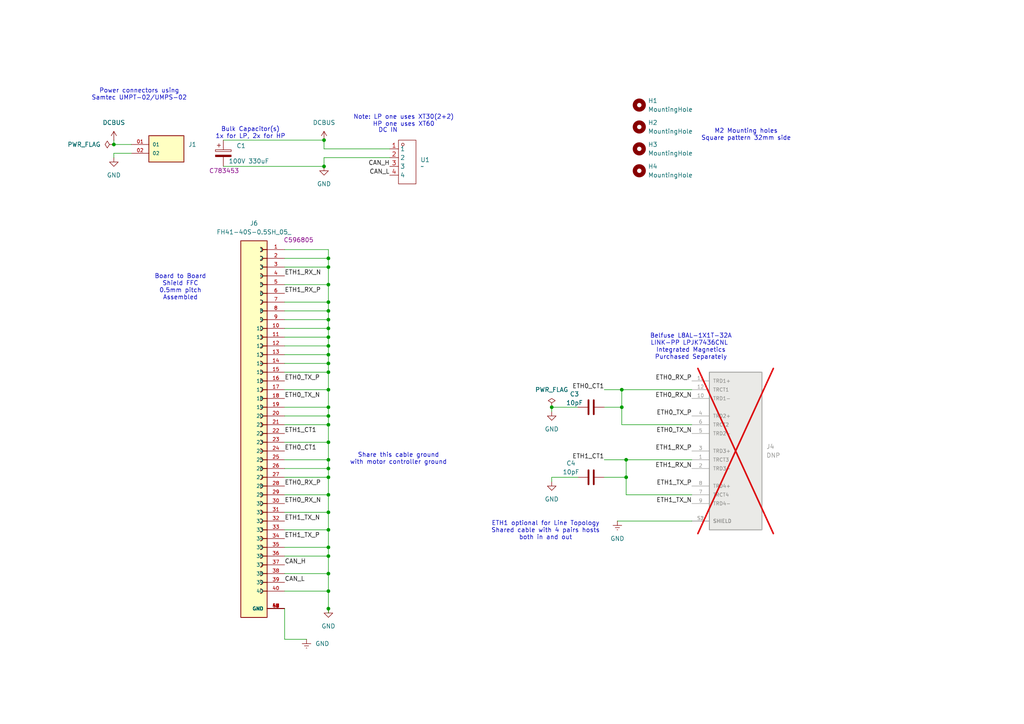
<source format=kicad_sch>
(kicad_sch (version 20231120) (generator "eeschema") (generator_version "8.0")
  (paper "A4")
  (lib_symbols
    (symbol "Connector:UMPS-02-03.5-G-V-S-W-TR" (pin_names (offset 1.016))
      (property "Reference" "J" (at -5.08 5.842 0))
      (property "Value" "UMPS-02-03.5-G-V-S-W-TR" (at -5.08 -5.08 0))
      (symbol "UMPS-02-03.5-G-V-S-W-TR_0_0"
        (rectangle (start -5.08 -2.54) (end 5.08 5.08) (stroke (width 0.254)) (fill (type background)))
        (pin passive line (at -10.16 2.54 0) (length 5.08) (name "01") (number "01"))
        (pin passive line (at -10.16 0 0) (length 5.08) (name "02") (number "02"))
      )
    )
    (symbol "Device:C" (pin_numbers hide) (pin_names (offset 0.254))
      (property "Reference" "C" (at 0.635 2.54 0))
      (property "Value" "C" (at 0.635 -2.54 0))
      (symbol "C_0_1"
        (polyline (pts (xy -2.032 -0.762) (xy 2.032 -0.762)) (stroke (width 0.508)))
        (polyline (pts (xy -2.032 0.762) (xy 2.032 0.762)) (stroke (width 0.508)))
      )
      (symbol "C_1_1"
        (pin passive line (at 0 3.81 270) (length 2.794) (name "~") (number "1"))
        (pin passive line (at 0 -3.81 90) (length 2.794) (name "~") (number "2"))
      )
    )
    (symbol "Device:C_Polarized" (pin_numbers hide) (pin_names (offset 0.254))
      (property "Reference" "C" (at 0.635 2.54 0))
      (property "Value" "C_Polarized" (at 0.635 -2.54 0))
      (symbol "C_Polarized_0_1"
        (rectangle (start -2.286 0.508) (end 2.286 1.016))
        (polyline (pts (xy -1.778 2.286) (xy -0.762 2.286)))
        (polyline (pts (xy -1.27 2.794) (xy -1.27 1.778)))
        (rectangle (start 2.286 -0.508) (end -2.286 -1.016) (fill (type outline)))
      )
      (symbol "C_Polarized_1_1"
        (pin passive line (at 0 3.81 270) (length 2.794) (name "~") (number "1"))
        (pin passive line (at 0 -3.81 90) (length 2.794) (name "~") (number "2"))
      )
    )
    (symbol "FH41-40S-0.5SH_05_:FH41-40S-0.5SH_05_" (pin_names (offset 1.016))
      (property "Reference" "J" (at -7.62 54.61 0))
      (property "Value" "FH41-40S-0.5SH_05_" (at -7.62 -58.42 0))
      (symbol "FH41-40S-0.5SH_05__0_0"
        (rectangle (start -7.62 -55.88) (end 0 53.34) (stroke (width 0.254)) (fill (type background)))
        (arc (start -1.905 -48.895) (mid -1.2727 -48.26) (end -1.905 -47.625) (stroke (width 0.254)))
        (arc (start -1.905 -46.355) (mid -1.2727 -45.72) (end -1.905 -45.085) (stroke (width 0.254)))
        (arc (start -1.905 -43.815) (mid -1.2727 -43.18) (end -1.905 -42.545) (stroke (width 0.254)))
        (arc (start -1.905 -41.275) (mid -1.2727 -40.64) (end -1.905 -40.005) (stroke (width 0.254)))
        (arc (start -1.905 -38.735) (mid -1.2727 -38.1) (end -1.905 -37.465) (stroke (width 0.254)))
        (arc (start -1.905 -36.195) (mid -1.2727 -35.56) (end -1.905 -34.925) (stroke (width 0.254)))
        (arc (start -1.905 -33.655) (mid -1.2727 -33.02) (end -1.905 -32.385) (stroke (width 0.254)))
        (arc (start -1.905 -31.115) (mid -1.2727 -30.48) (end -1.905 -29.845) (stroke (width 0.254)))
        (arc (start -1.905 -28.575) (mid -1.2727 -27.94) (end -1.905 -27.305) (stroke (width 0.254)))
        (arc (start -1.905 -26.035) (mid -1.2727 -25.4) (end -1.905 -24.765) (stroke (width 0.254)))
        (arc (start -1.905 -23.495) (mid -1.2727 -22.86) (end -1.905 -22.225) (stroke (width 0.254)))
        (arc (start -1.905 -20.955) (mid -1.2727 -20.32) (end -1.905 -19.685) (stroke (width 0.254)))
        (arc (start -1.905 -18.415) (mid -1.2727 -17.78) (end -1.905 -17.145) (stroke (width 0.254)))
        (arc (start -1.905 -15.875) (mid -1.2727 -15.24) (end -1.905 -14.605) (stroke (width 0.254)))
        (arc (start -1.905 -13.335) (mid -1.2727 -12.7) (end -1.905 -12.065) (stroke (width 0.254)))
        (arc (start -1.905 -10.795) (mid -1.2727 -10.16) (end -1.905 -9.525) (stroke (width 0.254)))
        (arc (start -1.905 -8.255) (mid -1.2727 -7.62) (end -1.905 -6.985) (stroke (width 0.254)))
        (arc (start -1.905 -5.715) (mid -1.2727 -5.08) (end -1.905 -4.445) (stroke (width 0.254)))
        (arc (start -1.905 -3.175) (mid -1.2727 -2.54) (end -1.905 -1.905) (stroke (width 0.254)))
        (arc (start -1.905 -0.635) (mid -1.2727 0) (end -1.905 0.635) (stroke (width 0.254)))
        (arc (start -1.905 1.905) (mid -1.2727 2.54) (end -1.905 3.175) (stroke (width 0.254)))
        (arc (start -1.905 4.445) (mid -1.2727 5.08) (end -1.905 5.715) (stroke (width 0.254)))
        (arc (start -1.905 6.985) (mid -1.2727 7.62) (end -1.905 8.255) (stroke (width 0.254)))
        (arc (start -1.905 9.525) (mid -1.2727 10.16) (end -1.905 10.795) (stroke (width 0.254)))
        (arc (start -1.905 12.065) (mid -1.2727 12.7) (end -1.905 13.335) (stroke (width 0.254)))
        (arc (start -1.905 14.605) (mid -1.2727 15.24) (end -1.905 15.875) (stroke (width 0.254)))
        (arc (start -1.905 17.145) (mid -1.2727 17.78) (end -1.905 18.415) (stroke (width 0.254)))
        (arc (start -1.905 19.685) (mid -1.2727 20.32) (end -1.905 20.955) (stroke (width 0.254)))
        (arc (start -1.905 22.225) (mid -1.2727 22.86) (end -1.905 23.495) (stroke (width 0.254)))
        (arc (start -1.905 24.765) (mid -1.2727 25.4) (end -1.905 26.035) (stroke (width 0.254)))
        (arc (start -1.905 27.305) (mid -1.2727 27.94) (end -1.905 28.575) (stroke (width 0.254)))
        (arc (start -1.905 29.845) (mid -1.2727 30.48) (end -1.905 31.115) (stroke (width 0.254)))
        (arc (start -1.905 32.385) (mid -1.2727 33.02) (end -1.905 33.655) (stroke (width 0.254)))
        (arc (start -1.905 34.925) (mid -1.2727 35.56) (end -1.905 36.195) (stroke (width 0.254)))
        (arc (start -1.905 37.465) (mid -1.2727 38.1) (end -1.905 38.735) (stroke (width 0.254)))
        (arc (start -1.905 40.005) (mid -1.2727 40.64) (end -1.905 41.275) (stroke (width 0.254)))
        (arc (start -1.905 42.545) (mid -1.2727 43.18) (end -1.905 43.815) (stroke (width 0.254)))
        (arc (start -1.905 45.085) (mid -1.2727 45.72) (end -1.905 46.355) (stroke (width 0.254)))
        (arc (start -1.905 47.625) (mid -1.2727 48.26) (end -1.905 48.895) (stroke (width 0.254)))
        (arc (start -1.905 50.165) (mid -1.2727 50.8) (end -1.905 51.435) (stroke (width 0.254)))
        (polyline (pts (xy 0 -48.26) (xy -1.27 -48.26)) (stroke (width 0.254)))
        (polyline (pts (xy 0 -45.72) (xy -1.27 -45.72)) (stroke (width 0.254)))
        (polyline (pts (xy 0 -43.18) (xy -1.27 -43.18)) (stroke (width 0.254)))
        (polyline (pts (xy 0 -40.64) (xy -1.27 -40.64)) (stroke (width 0.254)))
        (polyline (pts (xy 0 -38.1) (xy -1.27 -38.1)) (stroke (width 0.254)))
        (polyline (pts (xy 0 -35.56) (xy -1.27 -35.56)) (stroke (width 0.254)))
        (polyline (pts (xy 0 -33.02) (xy -1.27 -33.02)) (stroke (width 0.254)))
        (polyline (pts (xy 0 -30.48) (xy -1.27 -30.48)) (stroke (width 0.254)))
        (polyline (pts (xy 0 -27.94) (xy -1.27 -27.94)) (stroke (width 0.254)))
        (polyline (pts (xy 0 -25.4) (xy -1.27 -25.4)) (stroke (width 0.254)))
        (polyline (pts (xy 0 -22.86) (xy -1.27 -22.86)) (stroke (width 0.254)))
        (polyline (pts (xy 0 -20.32) (xy -1.27 -20.32)) (stroke (width 0.254)))
        (polyline (pts (xy 0 -17.78) (xy -1.27 -17.78)) (stroke (width 0.254)))
        (polyline (pts (xy 0 -15.24) (xy -1.27 -15.24)) (stroke (width 0.254)))
        (polyline (pts (xy 0 -12.7) (xy -1.27 -12.7)) (stroke (width 0.254)))
        (polyline (pts (xy 0 -10.16) (xy -1.27 -10.16)) (stroke (width 0.254)))
        (polyline (pts (xy 0 -7.62) (xy -1.27 -7.62)) (stroke (width 0.254)))
        (polyline (pts (xy 0 -5.08) (xy -1.27 -5.08)) (stroke (width 0.254)))
        (polyline (pts (xy 0 -2.54) (xy -1.27 -2.54)) (stroke (width 0.254)))
        (polyline (pts (xy 0 0) (xy -1.27 0)) (stroke (width 0.254)))
        (polyline (pts (xy 0 2.54) (xy -1.27 2.54)) (stroke (width 0.254)))
        (polyline (pts (xy 0 5.08) (xy -1.27 5.08)) (stroke (width 0.254)))
        (polyline (pts (xy 0 7.62) (xy -1.27 7.62)) (stroke (width 0.254)))
        (polyline (pts (xy 0 10.16) (xy -1.27 10.16)) (stroke (width 0.254)))
        (polyline (pts (xy 0 12.7) (xy -1.27 12.7)) (stroke (width 0.254)))
        (polyline (pts (xy 0 15.24) (xy -1.27 15.24)) (stroke (width 0.254)))
        (polyline (pts (xy 0 17.78) (xy -1.27 17.78)) (stroke (width 0.254)))
        (polyline (pts (xy 0 20.32) (xy -1.27 20.32)) (stroke (width 0.254)))
        (polyline (pts (xy 0 22.86) (xy -1.27 22.86)) (stroke (width 0.254)))
        (polyline (pts (xy 0 25.4) (xy -1.27 25.4)) (stroke (width 0.254)))
        (polyline (pts (xy 0 27.94) (xy -1.27 27.94)) (stroke (width 0.254)))
        (polyline (pts (xy 0 30.48) (xy -1.27 30.48)) (stroke (width 0.254)))
        (polyline (pts (xy 0 33.02) (xy -1.27 33.02)) (stroke (width 0.254)))
        (polyline (pts (xy 0 35.56) (xy -1.27 35.56)) (stroke (width 0.254)))
        (polyline (pts (xy 0 38.1) (xy -1.27 38.1)) (stroke (width 0.254)))
        (polyline (pts (xy 0 40.64) (xy -1.27 40.64)) (stroke (width 0.254)))
        (polyline (pts (xy 0 43.18) (xy -1.27 43.18)) (stroke (width 0.254)))
        (polyline (pts (xy 0 45.72) (xy -1.27 45.72)) (stroke (width 0.254)))
        (polyline (pts (xy 0 48.26) (xy -1.27 48.26)) (stroke (width 0.254)))
        (polyline (pts (xy 0 50.8) (xy -1.27 50.8)) (stroke (width 0.254)))
        (pin passive line (at 5.08 50.8 180) (length 5.08) (name "1") (number "1"))
        (pin passive line (at 5.08 27.94 180) (length 5.08) (name "10") (number "10"))
        (pin passive line (at 5.08 25.4 180) (length 5.08) (name "11") (number "11"))
        (pin passive line (at 5.08 22.86 180) (length 5.08) (name "12") (number "12"))
        (pin passive line (at 5.08 20.32 180) (length 5.08) (name "13") (number "13"))
        (pin passive line (at 5.08 17.78 180) (length 5.08) (name "14") (number "14"))
        (pin passive line (at 5.08 15.24 180) (length 5.08) (name "15") (number "15"))
        (pin passive line (at 5.08 12.7 180) (length 5.08) (name "16") (number "16"))
        (pin passive line (at 5.08 10.16 180) (length 5.08) (name "17") (number "17"))
        (pin passive line (at 5.08 7.62 180) (length 5.08) (name "18") (number "18"))
        (pin passive line (at 5.08 5.08 180) (length 5.08) (name "19") (number "19"))
        (pin passive line (at 5.08 48.26 180) (length 5.08) (name "2") (number "2"))
        (pin passive line (at 5.08 2.54 180) (length 5.08) (name "20") (number "20"))
        (pin passive line (at 5.08 0 180) (length 5.08) (name "21") (number "21"))
        (pin passive line (at 5.08 -2.54 180) (length 5.08) (name "22") (number "22"))
        (pin passive line (at 5.08 -5.08 180) (length 5.08) (name "23") (number "23"))
        (pin passive line (at 5.08 -7.62 180) (length 5.08) (name "24") (number "24"))
        (pin passive line (at 5.08 -10.16 180) (length 5.08) (name "25") (number "25"))
        (pin passive line (at 5.08 -12.7 180) (length 5.08) (name "26") (number "26"))
        (pin passive line (at 5.08 -15.24 180) (length 5.08) (name "27") (number "27"))
        (pin passive line (at 5.08 -17.78 180) (length 5.08) (name "28") (number "28"))
        (pin passive line (at 5.08 -20.32 180) (length 5.08) (name "29") (number "29"))
        (pin passive line (at 5.08 45.72 180) (length 5.08) (name "3") (number "3"))
        (pin passive line (at 5.08 -22.86 180) (length 5.08) (name "30") (number "30"))
        (pin passive line (at 5.08 -25.4 180) (length 5.08) (name "31") (number "31"))
        (pin passive line (at 5.08 -27.94 180) (length 5.08) (name "32") (number "32"))
        (pin passive line (at 5.08 -30.48 180) (length 5.08) (name "33") (number "33"))
        (pin passive line (at 5.08 -33.02 180) (length 5.08) (name "34") (number "34"))
        (pin passive line (at 5.08 -35.56 180) (length 5.08) (name "35") (number "35"))
        (pin passive line (at 5.08 -38.1 180) (length 5.08) (name "36") (number "36"))
        (pin passive line (at 5.08 -40.64 180) (length 5.08) (name "37") (number "37"))
        (pin passive line (at 5.08 -43.18 180) (length 5.08) (name "38") (number "38"))
        (pin passive line (at 5.08 -45.72 180) (length 5.08) (name "39") (number "39"))
        (pin passive line (at 5.08 43.18 180) (length 5.08) (name "4") (number "4"))
        (pin passive line (at 5.08 -48.26 180) (length 5.08) (name "40") (number "40"))
        (pin power_in line (at 5.08 -53.34 180) (length 5.08) (name "GND") (number "41"))
        (pin power_in line (at 5.08 -53.34 180) (length 5.08) (name "GND") (number "42"))
        (pin power_in line (at 5.08 -53.34 180) (length 5.08) (name "GND") (number "43"))
        (pin power_in line (at 5.08 -53.34 180) (length 5.08) (name "GND") (number "44"))
        (pin power_in line (at 5.08 -53.34 180) (length 5.08) (name "GND") (number "45"))
        (pin power_in line (at 5.08 -53.34 180) (length 5.08) (name "GND") (number "46"))
        (pin power_in line (at 5.08 -53.34 180) (length 5.08) (name "GND") (number "47"))
        (pin power_in line (at 5.08 -53.34 180) (length 5.08) (name "GND") (number "48"))
        (pin power_in line (at 5.08 -53.34 180) (length 5.08) (name "GND") (number "49"))
        (pin passive line (at 5.08 40.64 180) (length 5.08) (name "5") (number "5"))
        (pin power_in line (at 5.08 -53.34 180) (length 5.08) (name "GND") (number "50"))
        (pin passive line (at 5.08 38.1 180) (length 5.08) (name "6") (number "6"))
        (pin passive line (at 5.08 35.56 180) (length 5.08) (name "7") (number "7"))
        (pin passive line (at 5.08 33.02 180) (length 5.08) (name "8") (number "8"))
        (pin passive line (at 5.08 30.48 180) (length 5.08) (name "9") (number "9"))
      )
    )
    (symbol "L8AL-1X1T-32A:L8AL-1X1T-32A" (pin_names (offset 1.016))
      (property "Reference" "J" (at -7.62 24.13 0))
      (property "Value" "L8AL-1X1T-32A" (at -7.62 -24.13 0))
      (symbol "L8AL-1X1T-32A_0_0"
        (rectangle (start -7.62 -22.86) (end 7.62 22.86) (stroke (width 0.254)) (fill (type background)))
        (pin passive line (at -12.7 -2.54 0) (length 5.08) (name "TRCT3") (number "1"))
        (pin passive line (at -12.7 15.24 0) (length 5.08) (name "TRD1-") (number "10"))
        (pin passive line (at -12.7 20.32 0) (length 5.08) (name "TRD1+") (number "11"))
        (pin passive line (at -12.7 17.78 0) (length 5.08) (name "TRCT1") (number "12"))
        (pin passive line (at -12.7 -5.08 0) (length 5.08) (name "TRD3-") (number "2"))
        (pin passive line (at -12.7 0 0) (length 5.08) (name "TRD3+") (number "3"))
        (pin passive line (at -12.7 10.16 0) (length 5.08) (name "TRD2+") (number "4"))
        (pin passive line (at -12.7 5.08 0) (length 5.08) (name "TRD2-") (number "5"))
        (pin passive line (at -12.7 7.62 0) (length 5.08) (name "TRCT2") (number "6"))
        (pin passive line (at -12.7 -12.7 0) (length 5.08) (name "TRCT4") (number "7"))
        (pin passive line (at -12.7 -10.16 0) (length 5.08) (name "TRD4+") (number "8"))
        (pin passive line (at -12.7 -15.24 0) (length 5.08) (name "TRD4-") (number "9"))
        (pin passive line (at -12.7 -20.32 0) (length 5.08) (name "SHIELD") (number "S1"))
        (pin passive line (at -12.7 -20.32 0) (length 5.08) (name "SHIELD") (number "S2"))
      )
    )
    (symbol "Mechanical:MountingHole" (pin_names (offset 1.016)) (exclude_from_sim yes) (in_bom no)
      (property "Reference" "H" (at 0 5.08 0))
      (property "Value" "MountingHole" (at 0 3.175 0))
      (symbol "MountingHole_0_1"
        (circle (center 0 0) (radius 1.27) (stroke (width 1.27)))
      )
    )
    (symbol "XT302+2:XT30(2+2)PW-M.G.B"
      (property "Reference" "U" (at 0 0 0))
      (symbol "XT30(2+2)PW-M.G.B_1_0"
        (rectangle (start 0 -5.08) (end 5.08 7.62))
        (circle (center 1.27 6.35) (radius 0.381))
        (pin power_in line (at -2.54 5.08 0) (length 2.54) (name "1") (number "1"))
        (pin power_in line (at -2.54 2.54 0) (length 2.54) (name "2") (number "2"))
        (pin bidirectional line (at -2.54 0 0) (length 2.54) (name "3") (number "3"))
        (pin bidirectional line (at -2.54 -2.54 0) (length 2.54) (name "4") (number "4"))
      )
    )
    (symbol "power:+3.3V" (power) (pin_numbers hide) (pin_names (offset 0) hide)
      (property "Value" "+3.3V" (at 0 3.556 0))
      (symbol "+3.3V_0_1"
        (polyline (pts (xy -0.762 1.27) (xy 0 2.54)))
        (polyline (pts (xy 0 0) (xy 0 2.54)))
        (polyline (pts (xy 0 2.54) (xy 0.762 1.27)))
      )
      (symbol "+3.3V_1_1"
        (pin power_in line (at 0 0 90) (length 0) (name "~") (number "1"))
      )
    )
    (symbol "power:Earth" (power) (pin_numbers hide) (pin_names (offset 0) hide)
      (property "Value" "Earth" (at 0 -3.81 0))
      (symbol "Earth_0_1"
        (polyline (pts (xy -0.635 -1.905) (xy 0.635 -1.905)))
        (polyline (pts (xy -0.127 -2.54) (xy 0.127 -2.54)))
        (polyline (pts (xy 0 -1.27) (xy 0 0)))
        (polyline (pts (xy 1.27 -1.27) (xy -1.27 -1.27)))
      )
      (symbol "Earth_1_1"
        (pin power_in line (at 0 0 270) (length 0) (name "~") (number "1"))
      )
    )
    (symbol "power:GND" (power) (pin_numbers hide) (pin_names (offset 0) hide)
      (property "Value" "GND" (at 0 -3.81 0))
      (symbol "GND_0_1"
        (polyline (pts (xy 0 0) (xy 0 -1.27) (xy 1.27 -1.27) (xy 0 -2.54) (xy -1.27 -1.27) (xy 0 -1.27)))
      )
      (symbol "GND_1_1"
        (pin power_in line (at 0 0 270) (length 0) (name "~") (number "1"))
      )
    )
    (symbol "power:PWR_FLAG" (power) (pin_numbers hide) (pin_names (offset 0) hide)
      (property "Value" "PWR_FLAG" (at 0 3.81 0))
      (symbol "PWR_FLAG_0_0"
        (pin power_out line (at 0 0 90) (length 0) (name "~") (number "1"))
      )
      (symbol "PWR_FLAG_0_1"
        (polyline (pts (xy 0 0) (xy 0 1.27) (xy -1.016 1.905) (xy 0 2.54) (xy 1.016 1.905) (xy 0 1.27)))
      )
    )
  )
  (junction (at 95.25 135.89))
  (junction (at 95.25 148.59))
  (junction (at 33.02 41.91))
  (junction (at 95.25 123.19))
  (junction (at 95.25 105.41))
  (junction (at 95.25 158.75))
  (junction (at 95.25 133.35))
  (junction (at 95.25 102.87))
  (junction (at 95.25 95.25))
  (junction (at 95.25 161.29))
  (junction (at 95.25 113.03))
  (junction (at 95.25 166.37))
  (junction (at 95.25 120.65))
  (junction (at 95.25 87.63))
  (junction (at 180.34 118.11))
  (junction (at 95.25 138.43))
  (junction (at 95.25 97.79))
  (junction (at 95.25 118.11))
  (junction (at 95.25 82.55))
  (junction (at 95.25 107.95))
  (junction (at 95.25 153.67))
  (junction (at 95.25 143.51))
  (junction (at 95.25 90.17))
  (junction (at 95.25 100.33))
  (junction (at 95.25 77.47))
  (junction (at 180.34 113.03))
  (junction (at 95.25 128.27))
  (junction (at 181.61 133.35))
  (junction (at 181.61 138.43))
  (junction (at 95.25 74.93))
  (junction (at 160.02 118.11))
  (junction (at 95.25 176.53))
  (junction (at 93.98 48.26))
  (junction (at 95.25 92.71))
  (junction (at 93.98 40.64))
  (junction (at 95.25 171.45))
  (wire (pts (xy 93.98 40.64) (xy 93.98 43.18)))
  (wire (pts (xy 175.26 133.35) (xy 181.61 133.35)))
  (wire (pts (xy 160.02 119.38) (xy 160.02 118.11)))
  (wire (pts (xy 181.61 133.35) (xy 200.66 133.35)))
  (wire (pts (xy 95.25 166.37) (xy 95.25 171.45)))
  (wire (pts (xy 160.02 118.11) (xy 167.64 118.11)))
  (wire (pts (xy 82.55 161.29) (xy 95.25 161.29)))
  (wire (pts (xy 181.61 143.51) (xy 200.66 143.51)))
  (wire (pts (xy 82.55 143.51) (xy 95.25 143.51)))
  (wire (pts (xy 95.25 82.55) (xy 95.25 87.63)))
  (wire (pts (xy 95.25 74.93) (xy 95.25 72.39)))
  (wire (pts (xy 180.34 113.03) (xy 200.66 113.03)))
  (wire (pts (xy 95.25 92.71) (xy 95.25 95.25)))
  (wire (pts (xy 93.98 45.72) (xy 113.03 45.72)))
  (wire (pts (xy 181.61 138.43) (xy 181.61 143.51)))
  (wire (pts (xy 95.25 118.11) (xy 95.25 120.65)))
  (wire (pts (xy 82.55 135.89) (xy 95.25 135.89)))
  (wire (pts (xy 33.02 40.64) (xy 33.02 41.91)))
  (wire (pts (xy 33.02 45.72) (xy 33.02 44.45)))
  (wire (pts (xy 95.25 161.29) (xy 95.25 166.37)))
  (wire (pts (xy 93.98 43.18) (xy 113.03 43.18)))
  (wire (pts (xy 95.25 135.89) (xy 95.25 138.43)))
  (wire (pts (xy 82.55 158.75) (xy 95.25 158.75)))
  (wire (pts (xy 82.55 97.79) (xy 95.25 97.79)))
  (wire (pts (xy 82.55 171.45) (xy 95.25 171.45)))
  (wire (pts (xy 180.34 113.03) (xy 180.34 118.11)))
  (wire (pts (xy 82.55 90.17) (xy 95.25 90.17)))
  (wire (pts (xy 64.77 48.26) (xy 93.98 48.26)))
  (wire (pts (xy 82.55 123.19) (xy 95.25 123.19)))
  (wire (pts (xy 95.25 77.47) (xy 95.25 74.93)))
  (wire (pts (xy 82.55 105.41) (xy 95.25 105.41)))
  (wire (pts (xy 95.25 176.53) (xy 95.25 171.45)))
  (wire (pts (xy 95.25 107.95) (xy 95.25 113.03)))
  (wire (pts (xy 64.77 40.64) (xy 93.98 40.64)))
  (wire (pts (xy 175.26 113.03) (xy 180.34 113.03)))
  (wire (pts (xy 95.25 148.59) (xy 95.25 153.67)))
  (wire (pts (xy 95.25 133.35) (xy 95.25 135.89)))
  (wire (pts (xy 95.25 120.65) (xy 95.25 123.19)))
  (wire (pts (xy 82.55 100.33) (xy 95.25 100.33)))
  (wire (pts (xy 95.25 158.75) (xy 95.25 161.29)))
  (wire (pts (xy 82.55 92.71) (xy 95.25 92.71)))
  (wire (pts (xy 95.25 100.33) (xy 95.25 102.87)))
  (wire (pts (xy 95.25 102.87) (xy 95.25 105.41)))
  (wire (pts (xy 179.07 151.13) (xy 200.66 151.13)))
  (wire (pts (xy 82.55 128.27) (xy 95.25 128.27)))
  (wire (pts (xy 175.26 118.11) (xy 180.34 118.11)))
  (wire (pts (xy 180.34 118.11) (xy 180.34 123.19)))
  (wire (pts (xy 82.55 138.43) (xy 95.25 138.43)))
  (wire (pts (xy 95.25 113.03) (xy 95.25 118.11)))
  (wire (pts (xy 95.25 77.47) (xy 95.25 82.55)))
  (wire (pts (xy 82.55 102.87) (xy 95.25 102.87)))
  (wire (pts (xy 95.25 105.41) (xy 95.25 107.95)))
  (wire (pts (xy 95.25 128.27) (xy 95.25 133.35)))
  (wire (pts (xy 82.55 118.11) (xy 95.25 118.11)))
  (wire (pts (xy 95.25 87.63) (xy 95.25 90.17)))
  (wire (pts (xy 82.55 185.42) (xy 88.9 185.42)))
  (wire (pts (xy 82.55 74.93) (xy 95.25 74.93)))
  (wire (pts (xy 82.55 176.53) (xy 82.55 185.42)))
  (wire (pts (xy 82.55 77.47) (xy 95.25 77.47)))
  (wire (pts (xy 175.26 138.43) (xy 181.61 138.43)))
  (wire (pts (xy 82.55 82.55) (xy 95.25 82.55)))
  (wire (pts (xy 82.55 107.95) (xy 95.25 107.95)))
  (wire (pts (xy 82.55 95.25) (xy 95.25 95.25)))
  (wire (pts (xy 95.25 153.67) (xy 95.25 158.75)))
  (wire (pts (xy 95.25 177.8) (xy 95.25 176.53)))
  (wire (pts (xy 180.34 123.19) (xy 200.66 123.19)))
  (wire (pts (xy 160.02 139.7) (xy 160.02 138.43)))
  (wire (pts (xy 160.02 138.43) (xy 167.64 138.43)))
  (wire (pts (xy 82.55 113.03) (xy 95.25 113.03)))
  (wire (pts (xy 33.02 41.91) (xy 38.1 41.91)))
  (wire (pts (xy 82.55 87.63) (xy 95.25 87.63)))
  (wire (pts (xy 93.98 48.26) (xy 93.98 45.72)))
  (wire (pts (xy 95.25 143.51) (xy 95.25 148.59)))
  (wire (pts (xy 82.55 148.59) (xy 95.25 148.59)))
  (wire (pts (xy 95.25 72.39) (xy 82.55 72.39)))
  (wire (pts (xy 33.02 44.45) (xy 38.1 44.45)))
  (wire (pts (xy 95.25 95.25) (xy 95.25 97.79)))
  (wire (pts (xy 95.25 97.79) (xy 95.25 100.33)))
  (wire (pts (xy 82.55 120.65) (xy 95.25 120.65)))
  (wire (pts (xy 95.25 138.43) (xy 95.25 143.51)))
  (wire (pts (xy 82.55 133.35) (xy 95.25 133.35)))
  (wire (pts (xy 95.25 90.17) (xy 95.25 92.71)))
  (wire (pts (xy 181.61 133.35) (xy 181.61 138.43)))
  (wire (pts (xy 82.55 166.37) (xy 95.25 166.37)))
  (wire (pts (xy 82.55 153.67) (xy 95.25 153.67)))
  (wire (pts (xy 95.25 123.19) (xy 95.25 128.27)))
  (text "Belfuse L8AL-1X1T-32A\nLINK-PP LPJK7436CNL \nIntegrated Magnetics\nPurchased Separately" (at 200.406 100.584 0) (effects (font (size 1.27 1.27))))
  (text "ETH1 optional for Line Topology\nShared cable with 4 pairs hosts\nboth in and out" (at 158.242 153.924 0) (effects (font (size 1.27 1.27))))
  (text "M2 Mounting holes\nSquare pattern 32mm side" (at 216.408 39.116 0) (effects (font (size 1.27 1.27))))
  (text "Board to Board\nShield FFC\n0.5mm pitch\nAssembled" (at 52.324 83.312 0) (effects (font (size 1.27 1.27))))
  (text "Share this cable ground\nwith motor controller ground" (at 115.57 133.096 0) (effects (font (size 1.27 1.27))))
  (text "DC IN" (at 112.522 37.846 0) (effects (font (size 1.27 1.27))))
  (text "Power connectors using\nSamtec UMPT-02/UMPS-02" (at 40.386 27.432 0) (effects (font (size 1.27 1.27))))
  (text "Note: LP one uses XT30(2+2)\nHP one uses XT60" (at 117.094 35.052 0) (effects (font (size 1.27 1.27))))
  (text "Bulk Capacitor(s)\n1x for LP, 2x for HP" (at 72.644 38.608 0) (effects (font (size 1.27 1.27))))
  (label "ETH0_TX_P" (at 82.55 110.49 0))
  (label "ETH0_CT1" (at 175.26 113.03 180))
  (label "CAN_L" (at 82.55 168.91 0))
  (label "ETH1_RX_P" (at 200.66 130.81 180))
  (label "ETH1_RX_P" (at 82.55 85.09 0))
  (label "ETH1_CT1" (at 82.55 125.73 0))
  (label "ETH0_TX_N" (at 82.55 115.57 0))
  (label "ETH1_CT1" (at 175.26 133.35 180))
  (label "ETH0_RX_N" (at 200.66 115.57 180))
  (label "ETH1_RX_N" (at 200.66 135.89 180))
  (label "ETH0_RX_P" (at 82.55 140.97 0))
  (label "ETH1_TX_N" (at 82.55 151.13 0))
  (label "ETH0_TX_P" (at 200.66 120.65 180))
  (label "ETH1_RX_N" (at 82.55 80.01 0))
  (label "ETH0_TX_N" (at 200.66 125.73 180))
  (label "ETH0_RX_P" (at 200.66 110.49 180))
  (label "ETH1_TX_P" (at 200.66 140.97 180))
  (label "CAN_H" (at 82.55 163.83 0))
  (label "ETH0_RX_N" (at 82.55 146.05 0))
  (label "ETH1_TX_P" (at 82.55 156.21 0))
  (label "CAN_H" (at 113.03 48.26 180))
  (label "CAN_L" (at 113.03 50.8 180))
  (label "ETH1_TX_N" (at 200.66 146.05 180))
  (label "ETH0_CT1" (at 82.55 130.81 0))
  (symbol (lib_id "Mechanical:MountingHole") (at 185.42 49.53 0) (unit 1) (exclude_from_sim yes) (in_bom no)
    (property "Reference" "H4" (at 187.96 48.2599 0) (effects (justify left)))
    (property "Value" "MountingHole" (at 187.96 50.7999 0) (effects (justify left)))
    (property "Footprint" "MountingHole:MountingHole_2.2mm_M2" (effects (hide yes)))
    (property "Description" "Mounting Hole without connection" (effects (hide yes)))
  )
  (symbol (lib_id "power:GND") (at 160.02 119.38 0) (unit 1)
    (property "Reference" "#PWR07" (effects (hide yes)))
    (property "Value" "GND" (at 160.02 124.46 0))
    (property "Description" "Power symbol creates a global label with name \"GND\" , ground" (effects (hide yes)))
  )
  (symbol (lib_id "power:GND") (at 160.02 139.7 0) (unit 1)
    (property "Reference" "#PWR08" (effects (hide yes)))
    (property "Value" "GND" (at 160.02 144.78 0))
    (property "Description" "Power symbol creates a global label with name \"GND\" , ground" (effects (hide yes)))
  )
  (symbol (lib_id "Connector:UMPS-02-03.5-G-V-S-W-TR") (at 48.26 44.45 0) (unit 1)
    (property "Reference" "J1" (at 54.61 41.9099 0) (effects (justify left)))
    (property "Value" "UMPS-02-03.5-G-V-S-W-TR" (effects (hide yes)))
    (property "Footprint" "UMPS:SAMTEC_UMPS-02-03.5-G-V-S-W-TR" (effects (hide yes)))
    (property "PARTREV" "F" (effects (hide yes)))
    (property "STANDARD" "Manufacturer Recommendations" (effects (hide yes)))
    (property "MANUFACTURER" "Samtec" (effects (hide yes)))
  )
  (symbol (lib_id "Device:C") (at 171.45 118.11 90) (unit 1)
    (property "Reference" "C3" (at 166.624 114.3 90))
    (property "Value" "10pF" (at 166.624 116.84 90))
    (property "Footprint" "Capacitor_SMD:C_0402_1005Metric" (effects (hide yes)))
    (property "Description" "Unpolarized capacitor" (effects (hide yes)))
    (property "LCSC Part #" " C650948" (effects (hide yes)))
  )
  (symbol (lib_id "power:GND") (at 33.02 45.72 0) (unit 1)
    (property "Reference" "#PWR010" (effects (hide yes)))
    (property "Value" "GND" (at 33.02 50.8 0))
    (property "Description" "Power symbol creates a global label with name \"GND\" , ground" (effects (hide yes)))
  )
  (symbol (lib_id "XT302+2:XT30(2+2)PW-M.G.B") (at 115.57 48.26 0) (unit 1)
    (property "Reference" "U1" (at 121.92 46.3549 0) (effects (justify left)))
    (property "Value" "~" (at 121.92 48.26 0) (effects (justify left)))
    (property "Footprint" "Connector_AMASS:CONN-TH_4P-XT30PW-M" (effects (hide yes)))
    (property "Datasheet" "https://atta.szlcsc.com/upload/public/pdf/source/20240112/A815AE62CB016131F8636555ECBDABF7.pdf" (effects (hide yes)))
    (property "Manufacturer Part" "XT30(2+2)PW-M.G.B" (effects (hide yes)))
    (property "Manufacturer" "AMASS(艾迈斯)" (effects (hide yes)))
    (property "Supplier Part" "C19268030" (effects (hide yes)))
    (property "Supplier" "LCSC" (effects (hide yes)))
    (property "LCSC Part Name" "XT30PW(2+2)功率数据混合插头公金黑PCB弯插" (effects (hide yes)))
    (property "LCSC Part #" "C19268030" (effects (hide yes)))
  )
  (symbol (lib_id "Mechanical:MountingHole") (at 185.42 36.83 0) (unit 1) (exclude_from_sim yes) (in_bom no)
    (property "Reference" "H2" (at 187.96 35.5599 0) (effects (justify left)))
    (property "Value" "MountingHole" (at 187.96 38.0999 0) (effects (justify left)))
    (property "Footprint" "MountingHole:MountingHole_2.2mm_M2" (effects (hide yes)))
    (property "Description" "Mounting Hole without connection" (effects (hide yes)))
  )
  (symbol (lib_id "power:Earth") (at 179.07 151.13 0) (unit 1)
    (property "Reference" "#PWR014" (effects (hide yes)))
    (property "Value" "GND" (at 179.07 156.21 0))
    (property "Description" "Power symbol creates a global label with name \"Earth\"" (effects (hide yes)))
  )
  (symbol (lib_id "Mechanical:MountingHole") (at 185.42 43.18 0) (unit 1) (exclude_from_sim yes) (in_bom no)
    (property "Reference" "H3" (at 187.96 41.9099 0) (effects (justify left)))
    (property "Value" "MountingHole" (at 187.96 44.4499 0) (effects (justify left)))
    (property "Footprint" "MountingHole:MountingHole_2.2mm_M2" (effects (hide yes)))
    (property "Description" "Mounting Hole without connection" (effects (hide yes)))
  )
  (symbol (lib_id "power:PWR_FLAG") (at 33.02 41.91 90) (unit 1)
    (property "Reference" "#FLG02" (effects (hide yes)))
    (property "Value" "PWR_FLAG" (at 29.21 41.9099 90) (effects (justify left)))
    (property "Description" "Special symbol for telling ERC where power comes from" (effects (hide yes)))
  )
  (symbol (lib_id "power:Earth") (at 88.9 185.42 0) (unit 1)
    (property "Reference" "#PWR013" (effects (hide yes)))
    (property "Value" "GND" (at 91.44 186.6899 0) (effects (justify left)))
    (property "Description" "Power symbol creates a global label with name \"Earth\"" (effects (hide yes)))
  )
  (symbol (lib_id "power:PWR_FLAG") (at 160.02 118.11 0) (unit 1)
    (property "Reference" "#FLG03" (effects (hide yes)))
    (property "Value" "PWR_FLAG" (at 160.02 113.03 0))
    (property "Description" "Special symbol for telling ERC where power comes from" (effects (hide yes)))
  )
  (symbol (lib_id "Device:C_Polarized") (at 64.77 44.45 0) (unit 1)
    (property "Reference" "C1" (at 68.58 42.2909 0) (effects (justify left)))
    (property "Value" "100V 330uF" (at 66.294 46.736 0) (effects (justify left)))
    (property "Footprint" "Caps:CP_Radial_D13.0mm_P5.00mm-Horizontal" (effects (hide yes)))
    (property "Description" "Polarized capacitor" (effects (hide yes)))
    (property "LCSC Part #" " C783453" (at 64.516 49.53 0))
  )
  (symbol (lib_id "power:GND") (at 95.25 176.53 0) (unit 1)
    (property "Reference" "#PWR012" (effects (hide yes)))
    (property "Value" "GND" (at 95.25 181.61 0))
    (property "Description" "Power symbol creates a global label with name \"GND\" , ground" (effects (hide yes)))
  )
  (symbol (lib_id "power:+3.3V") (at 33.02 40.64 0) (unit 1)
    (property "Reference" "#PWR09" (effects (hide yes)))
    (property "Value" "DCBUS" (at 33.02 35.56 0))
    (property "Description" "Power symbol creates a global label with name \"+3.3V\"" (effects (hide yes)))
  )
  (symbol (lib_id "FH41-40S-0.5SH_05_:FH41-40S-0.5SH_05_") (at 77.47 123.19 0) (unit 1)
    (property "Reference" "J6" (at 73.66 64.77 0))
    (property "Value" "FH41-40S-0.5SH_05_" (at 73.66 67.31 0))
    (property "Footprint" "FH41:HRS_FH41-40S-0.5SH_05_" (effects (hide yes)))
    (property "MF" "Hirose Electric" (effects (hide yes)))
    (property "MAXIMUM_PACKAGE_HEIGHT" "4.74 mm" (effects (hide yes)))
    (property "Package" "None" (effects (hide yes)))
    (property "Price" "None" (effects (hide yes)))
    (property "Check_prices" "https://www.snapeda.com/parts/FH41-40S-0.5SH(05)/Hirose+Electric+Co+Ltd/view-part/?ref=eda" (effects (hide yes)))
    (property "STANDARD" "Manufacturer Recommendations" (effects (hide yes)))
    (property "PARTREV" "18.03.19" (effects (hide yes)))
    (property "SnapEDA_Link" "https://www.snapeda.com/parts/FH41-40S-0.5SH(05)/Hirose+Electric+Co+Ltd/view-part/?ref=snap" (effects (hide yes)))
    (property "MP" "FH41-40S-0.5SH(05)" (effects (hide yes)))
    (property "Description_1" "\n40 Position FFC Connector Contacts, Bottom 0.020 (0.50mm) Surface Mount, Right Angle\n" (effects (hide yes)))
    (property "Availability" "In Stock" (effects (hide yes)))
    (property "MANUFACTURER" "Hirose" (effects (hide yes)))
    (property "LCSC Part #" "C596805" (at 86.614 69.596 0))
  )
  (symbol (lib_id "power:+3.3V") (at 93.98 40.64 0) (unit 1)
    (property "Reference" "#PWR05" (effects (hide yes)))
    (property "Value" "DCBUS" (at 93.98 35.56 0))
    (property "Description" "Power symbol creates a global label with name \"+3.3V\"" (effects (hide yes)))
  )
  (symbol (lib_id "Device:C") (at 171.45 138.43 90) (unit 1)
    (property "Reference" "C4" (at 165.608 134.366 90))
    (property "Value" "10pF" (at 165.608 136.906 90))
    (property "Footprint" "Capacitor_SMD:C_0402_1005Metric" (effects (hide yes)))
    (property "Description" "Unpolarized capacitor" (effects (hide yes)))
    (property "LCSC Part #" " C650948" (effects (hide yes)))
  )
  (symbol (lib_id "Mechanical:MountingHole") (at 185.42 30.48 0) (unit 1) (exclude_from_sim yes) (in_bom no)
    (property "Reference" "H1" (at 187.96 29.2099 0) (effects (justify left)))
    (property "Value" "MountingHole" (at 187.96 31.7499 0) (effects (justify left)))
    (property "Footprint" "MountingHole:MountingHole_2.2mm_M2" (effects (hide yes)))
    (property "Description" "Mounting Hole without connection" (effects (hide yes)))
  )
  (symbol (lib_id "L8AL-1X1T-32A:L8AL-1X1T-32A") (at 213.36 130.81 0) (unit 1) (dnp yes)
    (property "Reference" "J4" (at 222.25 129.5399 0) (effects (justify left)))
    (property "Value" "DNP" (at 222.25 132.0799 0) (effects (justify left)))
    (property "Footprint" "RJ45:BEL_L8AL-1X1T-32A" (effects (hide yes)))
    (property "MF" "Bel Magnetic Solutions" (effects (hide yes)))
    (property "MAXIMUM_PACKAGE_HEIGHT" "13.22 mm" (effects (hide yes)))
    (property "Package" "None" (effects (hide yes)))
    (property "Price" "None" (effects (hide yes)))
    (property "Check_prices" "https://www.snapeda.com/parts/L8AL-1X1T-32A/Bel+Magnetic+Solutions/view-part/?ref=eda" (effects (hide yes)))
    (property "STANDARD" "Manufacturer Recommendations" (effects (hide yes)))
    (property "PARTREV" "A" (effects (hide yes)))
    (property "SnapEDA_Link" "https://www.snapeda.com/parts/L8AL-1X1T-32A/Bel+Magnetic+Solutions/view-part/?ref=snap" (effects (hide yes)))
    (property "MP" "L8AL-1X1T-32A" (effects (hide yes)))
    (property "Description_1" "\nMagJack 1000BASE-T | 1X1 | -40 to 85ºC | Tab Up | Low Profile | RoHS\n" (effects (hide yes)))
    (property "Availability" "In Stock" (effects (hide yes)))
    (property "MANUFACTURER" "Bel Fuse" (effects (hide yes)))
    (property "PART" "LINK-PP LPJK7436CNL " (effects (hide yes)))
  )
  (symbol (lib_id "power:GND") (at 93.98 48.26 0) (unit 1)
    (property "Reference" "#PWR06" (effects (hide yes)))
    (property "Value" "GND" (at 93.98 53.34 0))
    (property "Description" "Power symbol creates a global label with name \"GND\" , ground" (effects (hide yes)))
  )
)
</source>
